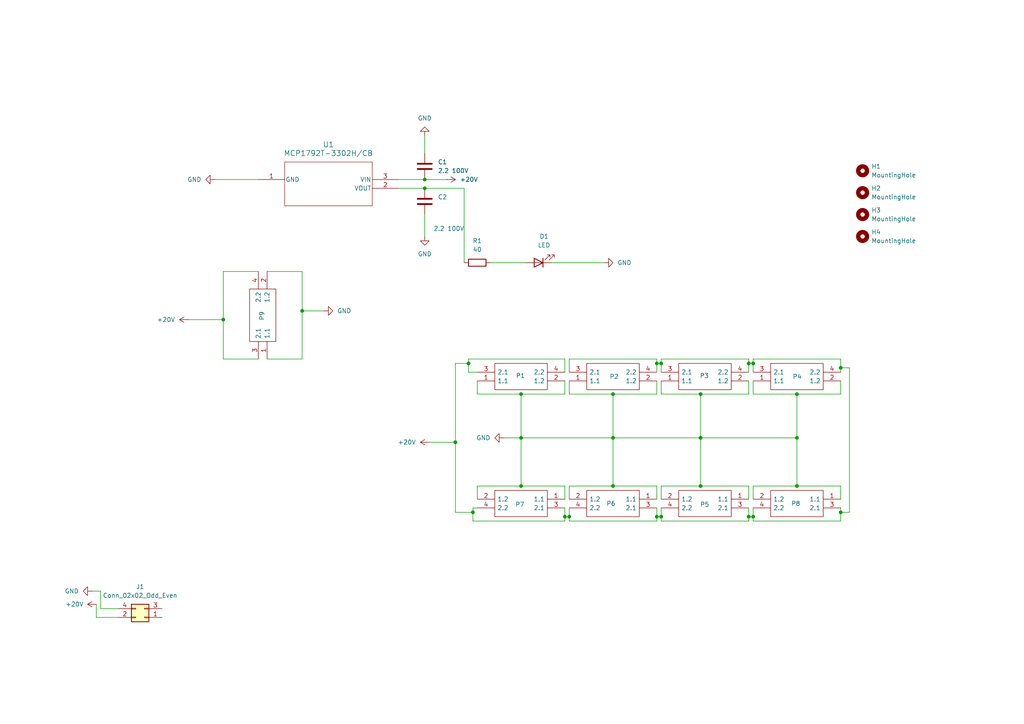
<source format=kicad_sch>
(kicad_sch (version 20250114) (generator "eeschema") (generator_version "9.0")
  (paper "A4")
  (title_block (title "Proxy PD") (rev "LL-Proxy-PD-A "))
  (lib_symbols
    (symbol "2604-1102:2604-1102" (pin_names (offset 0.762))
      (property "Reference" "J" (at 21.59 7.62 0))
      (property "Value" "2604-1102" (at 21.59 5.08 0))
      (symbol "2604-1102_0_0"
        (pin passive line (at 0 0 0) (length 5.08) (name "1.1") (number "1"))
        (pin passive line (at 0 -2.54 0) (length 5.08) (name "2.1") (number "3"))
        (pin passive line (at 25.4 0 180) (length 5.08) (name "1.2") (number "2"))
        (pin passive line (at 25.4 -2.54 180) (length 5.08) (name "2.2") (number "4"))
      )
      (symbol "2604-1102_0_1"
        (polyline (pts (xy 5.08 2.54) (xy 20.32 2.54) (xy 20.32 -5.08) (xy 5.08 -5.08) (xy 5.08 2.54)) (stroke (width 0.1524)))
      )
    )
    (symbol "Connector_Generic:Conn_02x02_Odd_Even" (pin_names (offset 1.016) (hide yes))
      (property "Reference" "J" (at 1.27 2.54 0))
      (property "Value" "Conn_02x02_Odd_Even" (at 1.27 -5.08 0))
      (symbol "Conn_02x02_Odd_Even_1_1"
        (rectangle (start -1.27 1.27) (end 3.81 -3.81) (stroke (width 0.254)) (fill (type background)))
        (rectangle (start -1.27 0.127) (end 0 -0.127) (stroke (width 0.1524)))
        (rectangle (start -1.27 -2.413) (end 0 -2.667) (stroke (width 0.1524)))
        (rectangle (start 3.81 0.127) (end 2.54 -0.127) (stroke (width 0.1524)))
        (rectangle (start 3.81 -2.413) (end 2.54 -2.667) (stroke (width 0.1524)))
        (pin passive line (at -5.08 0 0) (length 3.81) (name "Pin_1") (number "1"))
        (pin passive line (at -5.08 -2.54 0) (length 3.81) (name "Pin_3") (number "3"))
        (pin passive line (at 7.62 0 180) (length 3.81) (name "Pin_2") (number "2"))
        (pin passive line (at 7.62 -2.54 180) (length 3.81) (name "Pin_4") (number "4"))
      )
    )
    (symbol "Device:C" (pin_numbers (hide yes)) (pin_names (offset 0.254))
      (property "Reference" "C" (at 0.635 2.54 0))
      (property "Value" "C" (at 0.635 -2.54 0))
      (symbol "C_0_1"
        (polyline (pts (xy -2.032 0.762) (xy 2.032 0.762)) (stroke (width 0.508)))
        (polyline (pts (xy -2.032 -0.762) (xy 2.032 -0.762)) (stroke (width 0.508)))
      )
      (symbol "C_1_1"
        (pin passive line (at 0 3.81 270) (length 2.794) (name "~") (number "1"))
        (pin passive line (at 0 -3.81 90) (length 2.794) (name "~") (number "2"))
      )
    )
    (symbol "Device:LED" (pin_numbers (hide yes)) (pin_names (offset 1.016) (hide yes))
      (property "Reference" "D" (at 0 2.54 0))
      (property "Value" "LED" (at 0 -2.54 0))
      (symbol "LED_0_1"
        (polyline (pts (xy -3.048 -0.762) (xy -4.572 -2.286) (xy -3.81 -2.286) (xy -4.572 -2.286) (xy -4.572 -1.524)))
        (polyline (pts (xy -1.778 -0.762) (xy -3.302 -2.286) (xy -2.54 -2.286) (xy -3.302 -2.286) (xy -3.302 -1.524)))
        (polyline (pts (xy -1.27 0) (xy 1.27 0)))
        (polyline (pts (xy -1.27 -1.27) (xy -1.27 1.27)) (stroke (width 0.254)))
        (polyline (pts (xy 1.27 -1.27) (xy 1.27 1.27) (xy -1.27 0) (xy 1.27 -1.27)) (stroke (width 0.254)))
      )
      (symbol "LED_1_1"
        (pin passive line (at -3.81 0 0) (length 2.54) (name "K") (number "1"))
        (pin passive line (at 3.81 0 180) (length 2.54) (name "A") (number "2"))
      )
    )
    (symbol "Device:R" (pin_numbers (hide yes)) (pin_names (offset 0))
      (property "Reference" "R" (at 2.032 0 90))
      (property "Value" "R" (at 0 0 90))
      (symbol "R_0_1"
        (rectangle (start -1.016 -2.54) (end 1.016 2.54) (stroke (width 0.254)))
      )
      (symbol "R_1_1"
        (pin passive line (at 0 3.81 270) (length 1.27) (name "~") (number "1"))
        (pin passive line (at 0 -3.81 90) (length 1.27) (name "~") (number "2"))
      )
    )
    (symbol "MCP1792T-3302H/CB:MCP1792T-3302H_CB" (pin_names (offset 0.254))
      (property "Reference" "U" (at 20.32 10.16 0))
      (property "Value" "MCP1792T-3302H/CB" (at 20.32 7.62 0))
      (symbol "MCP1792T-3302H_CB_0_1"
        (polyline (pts (xy 7.62 5.08) (xy 7.62 -7.62)) (stroke (width 0.127)))
        (polyline (pts (xy 7.62 -7.62) (xy 33.02 -7.62)) (stroke (width 0.127)))
        (polyline (pts (xy 33.02 5.08) (xy 7.62 5.08)) (stroke (width 0.127)))
        (polyline (pts (xy 33.02 -7.62) (xy 33.02 5.08)) (stroke (width 0.127)))
        (pin power_out line (at 0 0 0) (length 7.62) (name "GND") (number "1"))
        (pin power_in line (at 40.64 0 180) (length 7.62) (name "VIN") (number "3"))
        (pin output line (at 40.64 -2.54 180) (length 7.62) (name "VOUT") (number "2"))
      )
    )
    (symbol "Mechanical:MountingHole" (pin_names (offset 1.016)) (in_bom no)
      (property "Reference" "H" (at 0 5.08 0))
      (property "Value" "MountingHole" (at 0 3.175 0))
      (symbol "MountingHole_0_1"
        (circle (center 0 0) (radius 1.27) (stroke (width 1.27)))
      )
    )
    (symbol "power:+24V" (power) (pin_numbers (hide yes)) (pin_names (offset 0) (hide yes))
      (property "Value" "+24V" (at 0 3.556 0))
      (symbol "+24V_0_1"
        (polyline (pts (xy -0.762 1.27) (xy 0 2.54)))
        (polyline (pts (xy 0 2.54) (xy 0.762 1.27)))
        (polyline (pts (xy 0 0) (xy 0 2.54)))
      )
      (symbol "+24V_1_1"
        (pin power_in line (at 0 0 90) (length 0) (name "~") (number "1"))
      )
    )
    (symbol "power:GND" (power) (pin_numbers (hide yes)) (pin_names (offset 0) (hide yes))
      (property "Value" "GND" (at 0 -3.81 0))
      (symbol "GND_0_1"
        (polyline (pts (xy 0 0) (xy 0 -1.27) (xy 1.27 -1.27) (xy 0 -2.54) (xy -1.27 -1.27) (xy 0 -1.27)))
      )
      (symbol "GND_1_1"
        (pin power_in line (at 0 0 270) (length 0) (name "~") (number "1"))
      )
    )
  )
  (junction (at 218.44 149.86))
  (junction (at 123.19 52.07))
  (junction (at 243.84 106.68))
  (junction (at 165.1 149.86))
  (junction (at 177.8 140.97))
  (junction (at 191.77 149.86))
  (junction (at 135.89 105.41))
  (junction (at 64.77 92.71))
  (junction (at 151.13 140.97))
  (junction (at 231.14 127))
  (junction (at 231.14 114.3))
  (junction (at 203.2 127))
  (junction (at 218.44 105.41))
  (junction (at 231.14 140.97))
  (junction (at 132.08 128.27))
  (junction (at 243.84 148.59))
  (junction (at 190.5 105.41))
  (junction (at 177.8 127))
  (junction (at 163.83 149.86))
  (junction (at 217.17 105.41))
  (junction (at 151.13 127))
  (junction (at 123.19 54.61))
  (junction (at 203.2 114.3))
  (junction (at 190.5 149.86))
  (junction (at 137.16 148.59))
  (junction (at 87.63 90.17))
  (junction (at 177.8 114.3))
  (junction (at 217.17 149.86))
  (junction (at 191.77 105.41))
  (junction (at 203.2 140.97))
  (junction (at 151.13 114.3))
  (wire (pts (xy 190.5 149.86) (xy 190.5 147.32)))
  (wire (pts (xy 151.13 114.3) (xy 151.13 127)))
  (wire (pts (xy 151.13 114.3) (xy 138.43 114.3)))
  (wire (pts (xy 132.08 105.41) (xy 132.08 128.27)))
  (wire (pts (xy 190.5 105.41) (xy 190.5 104.14)))
  (wire (pts (xy 163.83 151.13) (xy 137.16 151.13)))
  (wire (pts (xy 64.77 92.71) (xy 64.77 104.14)))
  (wire (pts (xy 177.8 127) (xy 203.2 127)))
  (wire (pts (xy 29.21 176.53) (xy 29.21 171.45)))
  (wire (pts (xy 190.5 114.3) (xy 190.5 110.49)))
  (wire (pts (xy 177.8 140.97) (xy 177.8 127)))
  (wire (pts (xy 74.93 104.14) (xy 64.77 104.14)))
  (wire (pts (xy 243.84 107.95) (xy 243.84 106.68)))
  (wire (pts (xy 165.1 110.49) (xy 165.1 114.3)))
  (wire (pts (xy 165.1 140.97) (xy 177.8 140.97)))
  (wire (pts (xy 177.8 140.97) (xy 190.5 140.97)))
  (wire (pts (xy 191.77 140.97) (xy 203.2 140.97)))
  (wire (pts (xy 142.24 76.2) (xy 152.4 76.2)))
  (wire (pts (xy 191.77 151.13) (xy 217.17 151.13)))
  (wire (pts (xy 87.63 90.17) (xy 87.63 78.74)))
  (wire (pts (xy 34.29 176.53) (xy 29.21 176.53)))
  (wire (pts (xy 146.05 127) (xy 151.13 127)))
  (wire (pts (xy 138.43 147.32) (xy 137.16 147.32)))
  (wire (pts (xy 217.17 105.41) (xy 217.17 104.14)))
  (wire (pts (xy 218.44 104.14) (xy 218.44 105.41)))
  (wire (pts (xy 165.1 147.32) (xy 165.1 149.86)))
  (wire (pts (xy 165.1 151.13) (xy 190.5 151.13)))
  (wire (pts (xy 191.77 104.14) (xy 191.77 105.41)))
  (wire (pts (xy 191.77 147.32) (xy 191.77 149.86)))
  (wire (pts (xy 203.2 114.3) (xy 203.2 127)))
  (wire (pts (xy 243.84 106.68) (xy 243.84 104.14)))
  (wire (pts (xy 34.29 179.07) (xy 27.94 179.07)))
  (wire (pts (xy 163.83 114.3) (xy 151.13 114.3)))
  (wire (pts (xy 135.89 104.14) (xy 135.89 105.41)))
  (wire (pts (xy 243.84 114.3) (xy 231.14 114.3)))
  (wire (pts (xy 64.77 78.74) (xy 74.93 78.74)))
  (wire (pts (xy 27.94 179.07) (xy 27.94 175.26)))
  (wire (pts (xy 87.63 90.17) (xy 93.98 90.17)))
  (wire (pts (xy 217.17 140.97) (xy 217.17 144.78)))
  (wire (pts (xy 191.77 105.41) (xy 191.77 107.95)))
  (wire (pts (xy 190.5 149.86) (xy 191.77 149.86)))
  (wire (pts (xy 115.57 54.61) (xy 123.19 54.61)))
  (wire (pts (xy 217.17 107.95) (xy 217.17 105.41)))
  (wire (pts (xy 217.17 114.3) (xy 203.2 114.3)))
  (wire (pts (xy 231.14 140.97) (xy 243.84 140.97)))
  (wire (pts (xy 163.83 149.86) (xy 163.83 151.13)))
  (wire (pts (xy 190.5 105.41) (xy 191.77 105.41)))
  (wire (pts (xy 29.21 171.45) (xy 26.67 171.45)))
  (wire (pts (xy 165.1 114.3) (xy 177.8 114.3)))
  (wire (pts (xy 243.84 104.14) (xy 218.44 104.14)))
  (wire (pts (xy 137.16 151.13) (xy 137.16 148.59)))
  (wire (pts (xy 177.8 127) (xy 177.8 114.3)))
  (wire (pts (xy 62.23 52.07) (xy 74.93 52.07)))
  (wire (pts (xy 217.17 110.49) (xy 217.17 114.3)))
  (wire (pts (xy 77.47 104.14) (xy 87.63 104.14)))
  (wire (pts (xy 151.13 140.97) (xy 163.83 140.97)))
  (wire (pts (xy 218.44 151.13) (xy 243.84 151.13)))
  (wire (pts (xy 165.1 104.14) (xy 165.1 107.95)))
  (wire (pts (xy 64.77 78.74) (xy 64.77 92.71)))
  (wire (pts (xy 217.17 105.41) (xy 218.44 105.41)))
  (wire (pts (xy 246.38 148.59) (xy 246.38 106.68)))
  (wire (pts (xy 218.44 140.97) (xy 231.14 140.97)))
  (wire (pts (xy 124.46 128.27) (xy 132.08 128.27)))
  (wire (pts (xy 87.63 78.74) (xy 77.47 78.74)))
  (wire (pts (xy 243.84 151.13) (xy 243.84 148.59)))
  (wire (pts (xy 218.44 114.3) (xy 218.44 110.49)))
  (wire (pts (xy 218.44 144.78) (xy 218.44 140.97)))
  (wire (pts (xy 135.89 107.95) (xy 138.43 107.95)))
  (wire (pts (xy 54.61 92.71) (xy 64.77 92.71)))
  (wire (pts (xy 163.83 147.32) (xy 163.83 149.86)))
  (wire (pts (xy 191.77 149.86) (xy 191.77 151.13)))
  (wire (pts (xy 246.38 106.68) (xy 243.84 106.68)))
  (wire (pts (xy 243.84 148.59) (xy 246.38 148.59)))
  (wire (pts (xy 203.2 127) (xy 203.2 140.97)))
  (wire (pts (xy 163.83 149.86) (xy 165.1 149.86)))
  (wire (pts (xy 132.08 105.41) (xy 135.89 105.41)))
  (wire (pts (xy 132.08 128.27) (xy 132.08 148.59)))
  (wire (pts (xy 203.2 114.3) (xy 191.77 114.3)))
  (wire (pts (xy 163.83 104.14) (xy 135.89 104.14)))
  (wire (pts (xy 160.02 76.2) (xy 175.26 76.2)))
  (wire (pts (xy 191.77 144.78) (xy 191.77 140.97)))
  (wire (pts (xy 218.44 147.32) (xy 218.44 149.86)))
  (wire (pts (xy 123.19 39.37) (xy 123.19 44.45)))
  (wire (pts (xy 218.44 105.41) (xy 218.44 107.95)))
  (wire (pts (xy 123.19 54.61) (xy 134.62 54.61)))
  (wire (pts (xy 243.84 110.49) (xy 243.84 114.3)))
  (wire (pts (xy 138.43 140.97) (xy 151.13 140.97)))
  (wire (pts (xy 217.17 149.86) (xy 217.17 147.32)))
  (wire (pts (xy 151.13 127) (xy 177.8 127)))
  (wire (pts (xy 231.14 114.3) (xy 218.44 114.3)))
  (wire (pts (xy 163.83 107.95) (xy 163.83 104.14)))
  (wire (pts (xy 191.77 114.3) (xy 191.77 110.49)))
  (wire (pts (xy 217.17 151.13) (xy 217.17 149.86)))
  (wire (pts (xy 135.89 105.41) (xy 135.89 107.95)))
  (wire (pts (xy 203.2 140.97) (xy 217.17 140.97)))
  (wire (pts (xy 123.19 62.23) (xy 123.19 68.58)))
  (wire (pts (xy 87.63 104.14) (xy 87.63 90.17)))
  (wire (pts (xy 138.43 144.78) (xy 138.43 140.97)))
  (wire (pts (xy 190.5 104.14) (xy 165.1 104.14)))
  (wire (pts (xy 190.5 151.13) (xy 190.5 149.86)))
  (wire (pts (xy 231.14 127) (xy 231.14 140.97)))
  (wire (pts (xy 134.62 54.61) (xy 134.62 76.2)))
  (wire (pts (xy 123.19 52.07) (xy 129.54 52.07)))
  (wire (pts (xy 177.8 114.3) (xy 190.5 114.3)))
  (wire (pts (xy 137.16 148.59) (xy 137.16 147.32)))
  (wire (pts (xy 190.5 107.95) (xy 190.5 105.41)))
  (wire (pts (xy 115.57 52.07) (xy 123.19 52.07)))
  (wire (pts (xy 231.14 114.3) (xy 231.14 127)))
  (wire (pts (xy 190.5 140.97) (xy 190.5 144.78)))
  (wire (pts (xy 243.84 140.97) (xy 243.84 144.78)))
  (wire (pts (xy 217.17 149.86) (xy 218.44 149.86)))
  (wire (pts (xy 203.2 127) (xy 231.14 127)))
  (wire (pts (xy 217.17 104.14) (xy 191.77 104.14)))
  (wire (pts (xy 151.13 127) (xy 151.13 140.97)))
  (wire (pts (xy 243.84 148.59) (xy 243.84 147.32)))
  (wire (pts (xy 165.1 149.86) (xy 165.1 151.13)))
  (wire (pts (xy 137.16 148.59) (xy 132.08 148.59)))
  (wire (pts (xy 218.44 149.86) (xy 218.44 151.13)))
  (wire (pts (xy 165.1 144.78) (xy 165.1 140.97)))
  (wire (pts (xy 138.43 114.3) (xy 138.43 110.49)))
  (wire (pts (xy 163.83 110.49) (xy 163.83 114.3)))
  (wire (pts (xy 163.83 140.97) (xy 163.83 144.78)))
  (symbol (lib_id "power:GND") (at 93.98 90.17 90) (unit 1)
    (property "Reference" "#PWR02" (effects (hide yes)))
    (property "Value" "GND" (at 97.79 90.1699 90) (effects (justify right)))
    (property "Description" "Power symbol creates a global label with name \"GND\" , ground" (effects (hide yes)))
  )
  (symbol (lib_id "MCP1792T-3302H/CB:MCP1792T-3302H_CB") (at 74.93 52.07 0) (unit 1)
    (property "Reference" "U1" (at 95.25 41.91 0) (effects (font (size 1.524 1.524))))
    (property "Value" "MCP1792T-3302H/CB" (at 95.25 44.45 0) (effects (font (size 1.524 1.524))))
    (property "Footprint" "Customconnectors:SOT-23A_CB_MCH" (effects (hide yes)))
    (property "Datasheet" "MCP1792T-3302H/CB" (effects (hide yes)))
    (property "LCSC Part #" "C625397" (effects (hide yes)))
    (property "FT Rotation Offset" "-90" (effects (hide yes)))
  )
  (symbol (lib_id "power:+24V") (at 54.61 92.71 90) (unit 1)
    (property "Reference" "#PWR01" (effects (hide yes)))
    (property "Value" "+20V" (at 50.8 92.7099 90) (effects (justify left)))
    (property "Description" "Power symbol creates a global label with name \"+24V\"" (effects (hide yes)))
  )
  (symbol (lib_id "2604-1102:2604-1102") (at 190.5 144.78 0) (mirror y) (unit 1)
    (property "Reference" "P6" (at 178.562 146.05 0) (effects (justify left)))
    (property "Value" "2604-1102" (effects (hide yes)))
    (property "Footprint" "Customconnectors:26041102" (effects (hide yes)))
    (property "Datasheet" "https://www.wago.com/2604-1102" (effects (hide yes)))
    (property "Description" "PCB terminal block; lever; 4 mm; Pin spacing 5 mm; 2-pole; Push-in CAGE CLAMP" (effects (hide yes)))
    (property "Description_1" "PCB terminal block; lever; 4 mm; Pin spacing 5 mm; 2-pole; Push-in CAGE CLAMP" (effects (hide yes)))
    (property "Height" "16.7" (effects (hide yes)))
    (property "Manufacturer_Name" "Wago" (effects (hide yes)))
    (property "Manufacturer_Part_Number" "2604-1102" (effects (hide yes)))
    (property "Arrow Part Number" "2604-1102" (effects (hide yes)))
    (property "Arrow Price/Stock" "https://www.arrow.com/en/products/2604-1102/wago-kontakttechnik-gmbh?utm_currency=USD&region=nac" (effects (hide yes)))
    (property "LCSC Part #" "C3309286" (effects (hide yes)))
  )
  (symbol (lib_id "2604-1102:2604-1102") (at 191.77 110.49 0) (mirror x) (unit 1)
    (property "Reference" "P3" (at 202.946 108.966 0) (effects (justify left)))
    (property "Value" "2604-1102" (effects (hide yes)))
    (property "Footprint" "Customconnectors:26041102" (effects (hide yes)))
    (property "Datasheet" "https://www.wago.com/2604-1102" (effects (hide yes)))
    (property "Description" "PCB terminal block; lever; 4 mm; Pin spacing 5 mm; 2-pole; Push-in CAGE CLAMP" (effects (hide yes)))
    (property "Description_1" "PCB terminal block; lever; 4 mm; Pin spacing 5 mm; 2-pole; Push-in CAGE CLAMP" (effects (hide yes)))
    (property "Height" "16.7" (effects (hide yes)))
    (property "Manufacturer_Name" "Wago" (effects (hide yes)))
    (property "Manufacturer_Part_Number" "2604-1102" (effects (hide yes)))
    (property "Arrow Part Number" "2604-1102" (effects (hide yes)))
    (property "Arrow Price/Stock" "https://www.arrow.com/en/products/2604-1102/wago-kontakttechnik-gmbh?utm_currency=USD&region=nac" (effects (hide yes)))
    (property "LCSC Part #" "C3309286" (effects (hide yes)))
  )
  (symbol (lib_id "Device:C") (at 123.19 48.26 0) (unit 1)
    (property "Reference" "C1" (at 127 46.9899 0) (effects (justify left)))
    (property "Value" "2.2 100V" (at 127 49.5299 0) (effects (justify left)))
    (property "Footprint" "Capacitor_SMD:C_0805_2012Metric" (effects (hide yes)))
    (property "Description" "Unpolarized capacitor" (effects (hide yes)))
    (property "LCSC Part #" "C2981733" (effects (hide yes)))
  )
  (symbol (lib_id "power:+24V") (at 27.94 175.26 90) (unit 1)
    (property "Reference" "#PWR07" (effects (hide yes)))
    (property "Value" "+20V" (at 24.2691 175.2599 90) (effects (justify left)))
    (property "Description" "Power symbol creates a global label with name \"+24V\"" (effects (hide yes)))
  )
  (symbol (lib_id "power:GND") (at 146.05 127 270) (unit 1)
    (property "Reference" "#PWR05" (effects (hide yes)))
    (property "Value" "GND" (at 142.24 126.9999 90) (effects (justify right)))
    (property "Description" "Power symbol creates a global label with name \"GND\" , ground" (effects (hide yes)))
  )
  (symbol (lib_id "Device:LED") (at 156.21 76.2 180) (unit 1)
    (property "Reference" "D1" (at 157.7975 68.58 0))
    (property "Value" "LED" (at 157.7975 71.12 0))
    (property "Footprint" "Customconnectors:LTST-C930" (effects (hide yes)))
    (property "Description" "Light emitting diode" (effects (hide yes)))
    (property "Sim.Pins" "1=K 2=A" (effects (hide yes)))
    (property "LCSC Part #" "C125111" (effects (hide yes)))
    (property "FT Rotation Offset" "180" (effects (hide yes)))
  )
  (symbol (lib_id "power:+24V") (at 129.54 52.07 270) (unit 1)
    (property "Reference" "#PWR03" (effects (hide yes)))
    (property "Value" "+20V" (at 133.35 52.0699 90) (effects (justify left)))
    (property "Description" "Power symbol creates a global label with name \"+24V\"" (effects (hide yes)))
  )
  (symbol (lib_id "power:+24V") (at 124.46 128.27 90) (unit 1)
    (property "Reference" "#PWR04" (effects (hide yes)))
    (property "Value" "+20V" (at 120.65 128.2699 90) (effects (justify left)))
    (property "Description" "Power symbol creates a global label with name \"+24V\"" (effects (hide yes)))
  )
  (symbol (lib_id "2604-1102:2604-1102") (at 243.84 144.78 0) (mirror y) (unit 1)
    (property "Reference" "P8" (at 232.156 146.05 0) (effects (justify left)))
    (property "Value" "2604-1102" (effects (hide yes)))
    (property "Footprint" "Customconnectors:26041102" (effects (hide yes)))
    (property "Datasheet" "https://www.wago.com/2604-1102" (effects (hide yes)))
    (property "Description" "PCB terminal block; lever; 4 mm; Pin spacing 5 mm; 2-pole; Push-in CAGE CLAMP" (effects (hide yes)))
    (property "Description_1" "PCB terminal block; lever; 4 mm; Pin spacing 5 mm; 2-pole; Push-in CAGE CLAMP" (effects (hide yes)))
    (property "Height" "16.7" (effects (hide yes)))
    (property "Manufacturer_Name" "Wago" (effects (hide yes)))
    (property "Manufacturer_Part_Number" "2604-1102" (effects (hide yes)))
    (property "Arrow Part Number" "2604-1102" (effects (hide yes)))
    (property "Arrow Price/Stock" "https://www.arrow.com/en/products/2604-1102/wago-kontakttechnik-gmbh?utm_currency=USD&region=nac" (effects (hide yes)))
    (property "LCSC Part #" "C3309286" (effects (hide yes)))
  )
  (symbol (lib_id "2604-1102:2604-1102") (at 163.83 144.78 0) (mirror y) (unit 1)
    (property "Reference" "P7" (at 152.146 146.304 0) (effects (justify left)))
    (property "Value" "2604-1102" (effects (hide yes)))
    (property "Footprint" "Customconnectors:26041102" (effects (hide yes)))
    (property "Datasheet" "https://www.wago.com/2604-1102" (effects (hide yes)))
    (property "Description" "PCB terminal block; lever; 4 mm; Pin spacing 5 mm; 2-pole; Push-in CAGE CLAMP" (effects (hide yes)))
    (property "Description_1" "PCB terminal block; lever; 4 mm; Pin spacing 5 mm; 2-pole; Push-in CAGE CLAMP" (effects (hide yes)))
    (property "Height" "16.7" (effects (hide yes)))
    (property "Manufacturer_Name" "Wago" (effects (hide yes)))
    (property "Manufacturer_Part_Number" "2604-1102" (effects (hide yes)))
    (property "Arrow Part Number" "2604-1102" (effects (hide yes)))
    (property "Arrow Price/Stock" "https://www.arrow.com/en/products/2604-1102/wago-kontakttechnik-gmbh?utm_currency=USD&region=nac" (effects (hide yes)))
    (property "LCSC Part #" "C3309286" (effects (hide yes)))
  )
  (symbol (lib_id "Mechanical:MountingHole") (at 250.19 49.53 0) (unit 1) (in_bom no)
    (property "Reference" "H1" (at 252.73 48.2599 0) (effects (justify left)))
    (property "Value" "MountingHole" (at 252.73 50.7999 0) (effects (justify left)))
    (property "Footprint" "MountingHole:MountingHole_2.5mm" (effects (hide yes)))
    (property "Description" "Mounting Hole without connection" (effects (hide yes)))
  )
  (symbol (lib_id "Mechanical:MountingHole") (at 250.19 55.88 0) (unit 1) (in_bom no)
    (property "Reference" "H2" (at 252.73 54.6099 0) (effects (justify left)))
    (property "Value" "MountingHole" (at 252.73 57.1499 0) (effects (justify left)))
    (property "Footprint" "MountingHole:MountingHole_2.5mm" (effects (hide yes)))
    (property "Description" "Mounting Hole without connection" (effects (hide yes)))
  )
  (symbol (lib_id "2604-1102:2604-1102") (at 218.44 110.49 0) (mirror x) (unit 1)
    (property "Reference" "P4" (at 229.87 109.22 0) (effects (justify left)))
    (property "Value" "2604-1102" (effects (hide yes)))
    (property "Footprint" "Customconnectors:26041102" (effects (hide yes)))
    (property "Datasheet" "https://www.wago.com/2604-1102" (effects (hide yes)))
    (property "Description" "PCB terminal block; lever; 4 mm; Pin spacing 5 mm; 2-pole; Push-in CAGE CLAMP" (effects (hide yes)))
    (property "Description_1" "PCB terminal block; lever; 4 mm; Pin spacing 5 mm; 2-pole; Push-in CAGE CLAMP" (effects (hide yes)))
    (property "Height" "16.7" (effects (hide yes)))
    (property "Manufacturer_Name" "Wago" (effects (hide yes)))
    (property "Manufacturer_Part_Number" "2604-1102" (effects (hide yes)))
    (property "Arrow Part Number" "2604-1102" (effects (hide yes)))
    (property "Arrow Price/Stock" "https://www.arrow.com/en/products/2604-1102/wago-kontakttechnik-gmbh?utm_currency=USD&region=nac" (effects (hide yes)))
    (property "LCSC Part #" "C3309286" (effects (hide yes)))
  )
  (symbol (lib_id "Connector_Generic:Conn_02x02_Odd_Even") (at 41.91 179.07 180) (unit 1)
    (property "Reference" "J1" (at 40.64 170.18 0))
    (property "Value" "Conn_02x02_Odd_Even" (at 40.64 172.72 0))
    (property "Footprint" "Capacitor:Molex_MicroFit+2x2_2068320401" (effects (hide yes)))
    (property "Description" "Generic connector, double row, 02x02, odd/even pin numbering scheme (row 1 odd numbers, row 2 even numbers), script generated (kicad-library-utils/schlib/autogen/connector/)" (effects (hide yes)))
  )
  (symbol (lib_id "Mechanical:MountingHole") (at 250.19 62.23 0) (unit 1) (in_bom no)
    (property "Reference" "H3" (at 252.73 60.9599 0) (effects (justify left)))
    (property "Value" "MountingHole" (at 252.73 63.4999 0) (effects (justify left)))
    (property "Footprint" "MountingHole:MountingHole_2.5mm" (effects (hide yes)))
    (property "Description" "Mounting Hole without connection" (effects (hide yes)))
  )
  (symbol (lib_id "2604-1102:2604-1102") (at 165.1 110.49 0) (mirror x) (unit 1)
    (property "Reference" "P2" (at 176.784 109.22 0) (effects (justify left)))
    (property "Value" "2604-1102" (effects (hide yes)))
    (property "Footprint" "Customconnectors:26041102" (effects (hide yes)))
    (property "Datasheet" "https://www.wago.com/2604-1102" (effects (hide yes)))
    (property "Description" "PCB terminal block; lever; 4 mm; Pin spacing 5 mm; 2-pole; Push-in CAGE CLAMP" (effects (hide yes)))
    (property "Description_1" "PCB terminal block; lever; 4 mm; Pin spacing 5 mm; 2-pole; Push-in CAGE CLAMP" (effects (hide yes)))
    (property "Height" "16.7" (effects (hide yes)))
    (property "Manufacturer_Name" "Wago" (effects (hide yes)))
    (property "Manufacturer_Part_Number" "2604-1102" (effects (hide yes)))
    (property "Arrow Part Number" "2604-1102" (effects (hide yes)))
    (property "Arrow Price/Stock" "https://www.arrow.com/en/products/2604-1102/wago-kontakttechnik-gmbh?utm_currency=USD&region=nac" (effects (hide yes)))
    (property "LCSC Part #" "C3309286" (effects (hide yes)))
  )
  (symbol (lib_id "power:GND") (at 62.23 52.07 270) (unit 1)
    (property "Reference" "#PWR09" (effects (hide yes)))
    (property "Value" "GND" (at 58.42 52.0699 90) (effects (justify right)))
    (property "Description" "Power symbol creates a global label with name \"GND\" , ground" (effects (hide yes)))
  )
  (symbol (lib_id "2604-1102:2604-1102") (at 77.47 104.14 270) (mirror x) (unit 1)
    (property "Reference" "P9" (at 75.946 92.964 0) (effects (justify left)))
    (property "Value" "2604-1102" (effects (hide yes)))
    (property "Footprint" "Customconnectors:26041102" (effects (hide yes)))
    (property "Datasheet" "https://www.wago.com/2604-1102" (effects (hide yes)))
    (property "Description" "PCB terminal block; lever; 4 mm; Pin spacing 5 mm; 2-pole; Push-in CAGE CLAMP" (effects (hide yes)))
    (property "Description_1" "PCB terminal block; lever; 4 mm; Pin spacing 5 mm; 2-pole; Push-in CAGE CLAMP" (effects (hide yes)))
    (property "Height" "16.7" (effects (hide yes)))
    (property "Manufacturer_Name" "Wago" (effects (hide yes)))
    (property "Manufacturer_Part_Number" "2604-1102" (effects (hide yes)))
    (property "Arrow Part Number" "2604-1102" (effects (hide yes)))
    (property "Arrow Price/Stock" "https://www.arrow.com/en/products/2604-1102/wago-kontakttechnik-gmbh?utm_currency=USD&region=nac" (effects (hide yes)))
    (property "LCSC Part #" "C3309286" (effects (hide yes)))
  )
  (symbol (lib_id "Device:C") (at 123.19 58.42 0) (unit 1)
    (property "Reference" "C2" (at 127 57.1499 0) (effects (justify left)))
    (property "Value" "2.2 100V" (at 125.73 66.294 0) (effects (justify left)))
    (property "Footprint" "Capacitor_SMD:C_0805_2012Metric" (effects (hide yes)))
    (property "Description" "Unpolarized capacitor" (effects (hide yes)))
    (property "LCSC Part #" "C2981733" (effects (hide yes)))
  )
  (symbol (lib_id "2604-1102:2604-1102") (at 138.43 110.49 0) (mirror x) (unit 1)
    (property "Reference" "P1" (at 149.606 108.966 0) (effects (justify left)))
    (property "Value" "2604-1102" (effects (hide yes)))
    (property "Footprint" "Customconnectors:26041102" (effects (hide yes)))
    (property "Datasheet" "https://www.wago.com/2604-1102" (effects (hide yes)))
    (property "Description" "PCB terminal block; lever; 4 mm; Pin spacing 5 mm; 2-pole; Push-in CAGE CLAMP" (effects (hide yes)))
    (property "Description_1" "PCB terminal block; lever; 4 mm; Pin spacing 5 mm; 2-pole; Push-in CAGE CLAMP" (effects (hide yes)))
    (property "Height" "16.7" (effects (hide yes)))
    (property "Manufacturer_Name" "Wago" (effects (hide yes)))
    (property "Manufacturer_Part_Number" "2604-1102" (effects (hide yes)))
    (property "Arrow Part Number" "2604-1102" (effects (hide yes)))
    (property "Arrow Price/Stock" "https://www.arrow.com/en/products/2604-1102/wago-kontakttechnik-gmbh?utm_currency=USD&region=nac" (effects (hide yes)))
    (property "LCSC Part #" "C3309286" (effects (hide yes)))
  )
  (symbol (lib_id "Mechanical:MountingHole") (at 250.19 68.58 0) (unit 1) (in_bom no)
    (property "Reference" "H4" (at 252.73 67.3099 0) (effects (justify left)))
    (property "Value" "MountingHole" (at 252.73 69.8499 0) (effects (justify left)))
    (property "Footprint" "MountingHole:MountingHole_2.5mm" (effects (hide yes)))
    (property "Description" "Mounting Hole without connection" (effects (hide yes)))
  )
  (symbol (lib_id "power:GND") (at 26.67 171.45 270) (unit 1)
    (property "Reference" "#PWR08" (effects (hide yes)))
    (property "Value" "GND" (at 22.86 171.4499 90) (effects (justify right)))
    (property "Description" "Power symbol creates a global label with name \"GND\" , ground" (effects (hide yes)))
  )
  (symbol (lib_id "Device:R") (at 138.43 76.2 90) (unit 1)
    (property "Reference" "R1" (at 138.43 69.85 90))
    (property "Value" "40" (at 138.43 72.39 90))
    (property "Footprint" "Resistor_SMD:R_0805_2012Metric" (effects (hide yes)))
    (property "Description" "Resistor" (effects (hide yes)))
    (property "LCSC Part #" "C114564" (effects (hide yes)))
  )
  (symbol (lib_id "power:GND") (at 123.19 68.58 0) (unit 1)
    (property "Reference" "#PWR011" (effects (hide yes)))
    (property "Value" "GND" (at 123.19 73.66 0))
    (property "Description" "Power symbol creates a global label with name \"GND\" , ground" (effects (hide yes)))
  )
  (symbol (lib_id "2604-1102:2604-1102") (at 217.17 144.78 0) (mirror y) (unit 1)
    (property "Reference" "P5" (at 205.74 146.304 0) (effects (justify left)))
    (property "Value" "2604-1102" (effects (hide yes)))
    (property "Footprint" "Customconnectors:26041102" (effects (hide yes)))
    (property "Datasheet" "https://www.wago.com/2604-1102" (effects (hide yes)))
    (property "Description" "PCB terminal block; lever; 4 mm; Pin spacing 5 mm; 2-pole; Push-in CAGE CLAMP" (effects (hide yes)))
    (property "Description_1" "PCB terminal block; lever; 4 mm; Pin spacing 5 mm; 2-pole; Push-in CAGE CLAMP" (effects (hide yes)))
    (property "Height" "16.7" (effects (hide yes)))
    (property "Manufacturer_Name" "Wago" (effects (hide yes)))
    (property "Manufacturer_Part_Number" "2604-1102" (effects (hide yes)))
    (property "Arrow Part Number" "2604-1102" (effects (hide yes)))
    (property "Arrow Price/Stock" "https://www.arrow.com/en/products/2604-1102/wago-kontakttechnik-gmbh?utm_currency=USD&region=nac" (effects (hide yes)))
    (property "LCSC Part #" "C3309286" (effects (hide yes)))
  )
  (symbol (lib_id "power:GND") (at 175.26 76.2 90) (unit 1)
    (property "Reference" "#PWR06" (effects (hide yes)))
    (property "Value" "GND" (at 179.07 76.1999 90) (effects (justify right)))
    (property "Description" "Power symbol creates a global label with name \"GND\" , ground" (effects (hide yes)))
  )
  (symbol (lib_id "power:GND") (at 123.19 39.37 180) (unit 1)
    (property "Reference" "#PWR010" (effects (hide yes)))
    (property "Value" "GND" (at 123.19 34.29 0))
    (property "Description" "Power symbol creates a global label with name \"GND\" , ground" (effects (hide yes)))
  )
)
</source>
